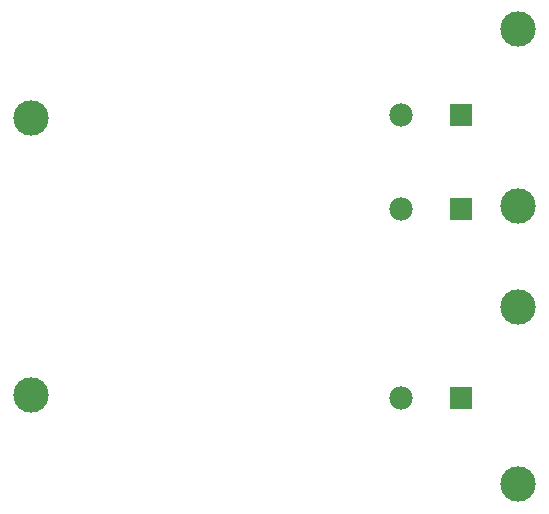
<source format=gbr>
%TF.GenerationSoftware,KiCad,Pcbnew,8.0.0*%
%TF.CreationDate,2024-04-01T22:39:33+02:00*%
%TF.ProjectId,Parkside_Contacts_Fused,5061726b-7369-4646-955f-436f6e746163,rev?*%
%TF.SameCoordinates,Original*%
%TF.FileFunction,Soldermask,Bot*%
%TF.FilePolarity,Negative*%
%FSLAX46Y46*%
G04 Gerber Fmt 4.6, Leading zero omitted, Abs format (unit mm)*
G04 Created by KiCad (PCBNEW 8.0.0) date 2024-04-01 22:39:33*
%MOMM*%
%LPD*%
G01*
G04 APERTURE LIST*
%ADD10C,3.000000*%
%ADD11C,1.980000*%
%ADD12R,1.980000X1.980000*%
G04 APERTURE END LIST*
D10*
%TO.C,J5*%
X81580000Y-115750000D03*
%TD*%
%TO.C,J6*%
X122850000Y-108250000D03*
%TD*%
%TO.C,J7*%
X81580000Y-139250000D03*
%TD*%
%TO.C,J9*%
X122850000Y-131750000D03*
%TD*%
%TO.C,J10*%
X122850000Y-123250000D03*
%TD*%
%TO.C,J8*%
X122850000Y-146750000D03*
%TD*%
D11*
%TO.C,J3*%
X112920000Y-139500000D03*
D12*
X118000000Y-139500000D03*
%TD*%
D11*
%TO.C,J2*%
X112920000Y-123500000D03*
D12*
X118000000Y-123500000D03*
%TD*%
D11*
%TO.C,J1*%
X112920000Y-115500000D03*
D12*
X118000000Y-115500000D03*
%TD*%
M02*

</source>
